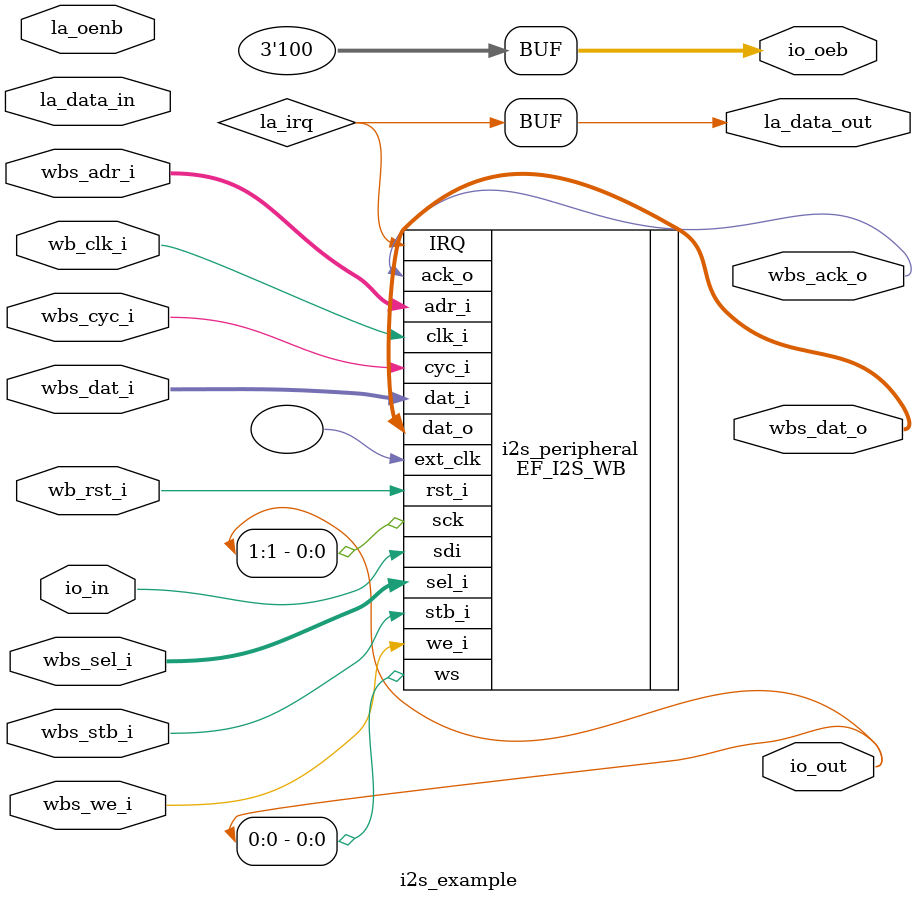
<source format=v>
`default_nettype none

module i2s_example(
`ifdef USE_POWER_PINS
    inout vccd1,    // User area 1 1.8V supply
    inout vssd1,    // User area 1 digital ground
`endif

    // Wishbone Slave ports (WB MI A)
    input wb_clk_i,
    input wb_rst_i,
    input wbs_stb_i,
    input wbs_cyc_i,
    input wbs_we_i,
    input [3:0] wbs_sel_i,
    input [31:0] wbs_dat_i,
    input [31:0] wbs_adr_i,
    output wbs_ack_o,
    output [31:0] wbs_dat_o,

    // Logic Analyzer Signals
    input  la_data_in,   // Inputs from CPU
    output la_data_out,  // Outputs to CPU
    input  la_oenb,      // Output enable bar

    input  io_in,
    output [1:0] io_out,
    output [2:0] io_oeb
);

wire la_irq;              // Interrupt from I2C

// I2S Peripheral Instantiation
EF_I2S_WB i2s_peripheral (
    .ext_clk(),              // Not used
    .clk_i(wb_clk_i),        // Clock input from Wishbone
    .rst_i(wb_rst_i),        // Reset input
    .adr_i(wbs_adr_i),       // Address from Wishbone
    .dat_i(wbs_dat_i),       // Data input from Wishbone
    .dat_o(wbs_dat_o),       // Data output to Wishbone
    .sel_i(wbs_sel_i),       // Byte select from Wishbone
    .cyc_i(wbs_cyc_i),       // Cycle signal
    .stb_i(wbs_stb_i),       // Strobe signal
    .we_i(wbs_we_i),         // Write enable signal
    .ack_o(wbs_ack_o),       // Acknowledge signal
    .IRQ(la_irq),            // Interrupt output

    .ws(io_out[0]),          // Word Select output to IO
    .sck(io_out[1]),         // Serial Clock output to IO
    .sdi(io_in)              // Serial Data input from IO
);

// Logic Analyzer Outputs for Debugging
assign la_data_out = la_irq;         // Send IRQ to LA

// Set IO output enable (active low) for WS, SCK, and SDI
assign io_oeb = 3'b100; // Enable outputs for WS and SCK, set SDI as input

endmodule
`default_nettype wire

</source>
